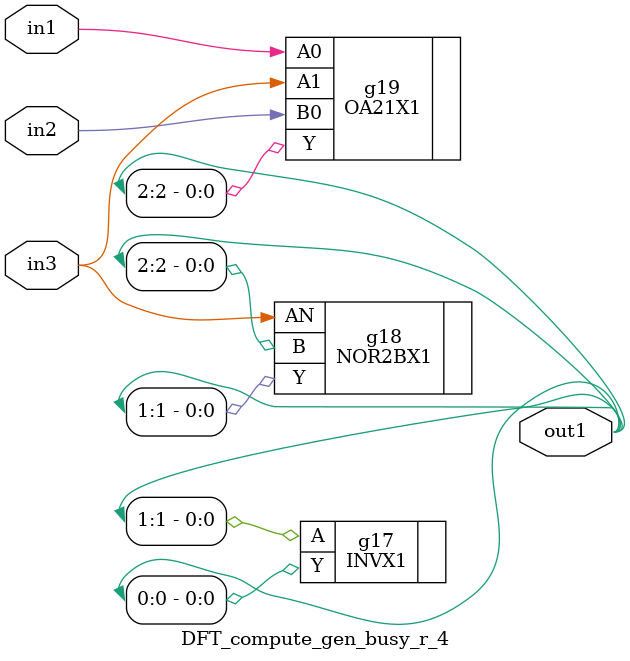
<source format=v>
`timescale 1ps / 1ps


module DFT_compute_gen_busy_r_4(in1, in2, in3, out1);
  input in1, in2, in3;
  output [2:0] out1;
  wire in1, in2, in3;
  wire [2:0] out1;
  INVX1 g17(.A (out1[1]), .Y (out1[0]));
  NOR2BX1 g18(.AN (in3), .B (out1[2]), .Y (out1[1]));
  OA21X1 g19(.A0 (in1), .A1 (in3), .B0 (in2), .Y (out1[2]));
endmodule



</source>
